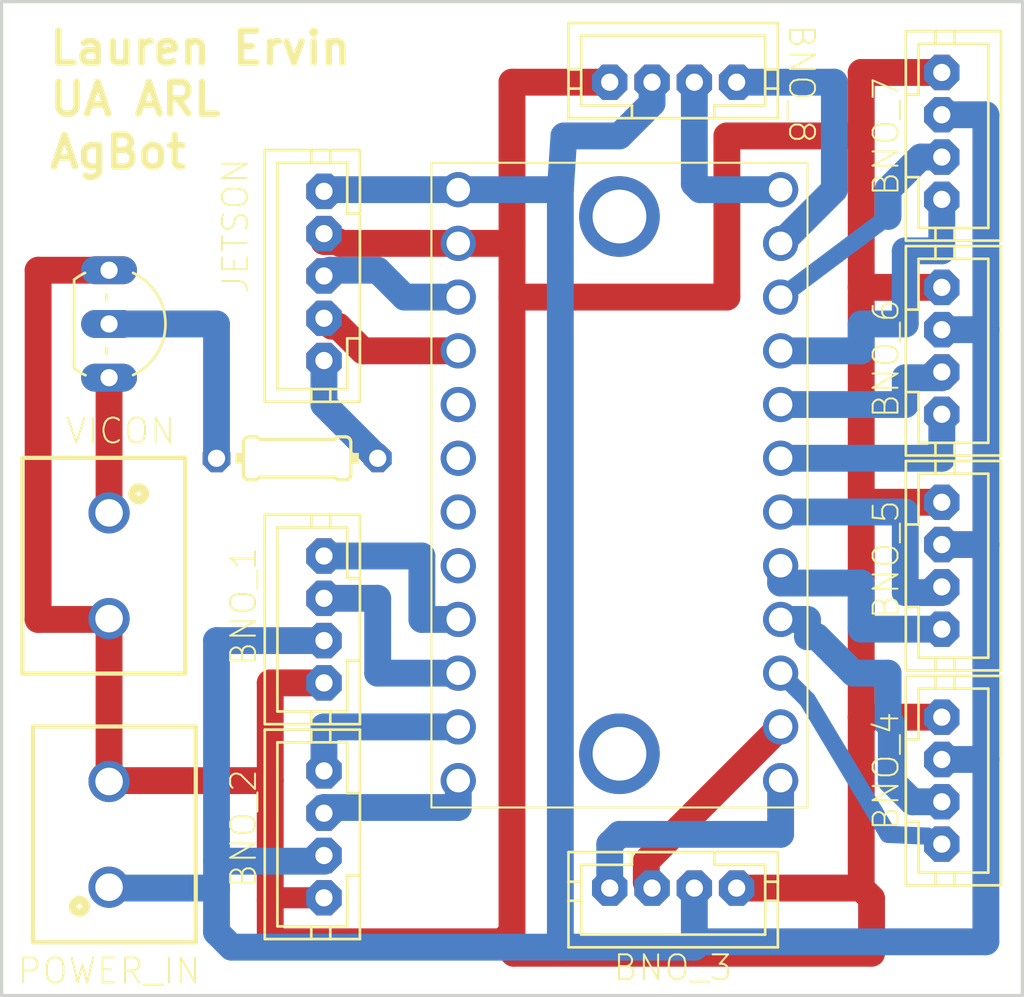
<source format=kicad_pcb>
(kicad_pcb (version 20240108) (generator "pcbnew") (generator_version "8.0")
  (layers (0 "F.Cu" signal) (1 "In1.Cu" signal) (2 "In2.Cu" signal) (3 "In3.Cu" signal) (4 "In4.Cu" signal) (5 "In5.Cu" signal) (6 "In6.Cu" signal) (7 "In7.Cu" signal) (8 "In8.Cu" signal) (9 "In9.Cu" signal) (10 "In10.Cu" signal) (11 "In11.Cu" signal) (12 "In12.Cu" signal) (13 "In13.Cu" signal) (14 "In14.Cu" signal) (31 "B.Cu" signal) (34 "B.Paste" user) (35 "F.Paste" user) (36 "B.SilkS" user "B.Silkscreen") (37 "F.SilkS" user "F.Silkscreen") (38 "B.Mask" user) (39 "F.Mask" user) (44 "Edge.Cuts" user))
  (net 0 "")
  (net 1 "SDA")
  (net 2 "SCL")
  (net 3 "SDA0")
  (net 4 "SCL0")
  (net 5 "SDA1")
  (net 6 "SCL1")
  (net 7 "SDA2")
  (net 8 "SCL2")
  (net 9 "SDA3")
  (net 10 "SCL3")
  (net 11 "SDA4")
  (net 12 "SCL4")
  (net 13 "SDA5")
  (net 14 "SCL5")
  (net 15 "SDA6")
  (net 16 "SCL6")
  (net 17 "SDA7")
  (net 18 "SCL7")
  (net 19 "5V")
  (net 20 "GND")
  (net 21 "SWITCH_VIN")
  (net 22 "N$1")
  (net 23 "SWITCH_VCC")
  (footprint "AgBot_V2:JST-PH5" (layer "F.Cu") (at 139.6111 95.4786 90)
    (property "Reference" "JETSON" (at 0.08 -3.5001 90) (layer "F.SilkS") (effects (font (size 1.176528 1.176528) (thickness 0.093472)) (justify left bottom)))
    (property "Value" "JST-PH5" (hide yes))
    (pad "1" thru_hole roundrect (at 5 0 90) (size 1.6764 1.6764) (drill 0.8128) (layers "*.Cu" "*.Mask") (chamfer_ratio 0.2928932188) (chamfer top_left top_right bottom_left bottom_right) (net 19 "5V"))
    (pad "2" thru_hole roundrect (at 3 0 90) (size 1.6764 1.6764) (drill 0.8128) (layers "*.Cu" "*.Mask") (chamfer_ratio 0.2928932188) (chamfer top_left top_right bottom_left bottom_right) (net 20 "GND"))
    (pad "3" thru_hole roundrect (at 1 0 90) (size 1.6764 1.6764) (drill 0.8128) (layers "*.Cu" "*.Mask") (chamfer_ratio 0.2928932188) (chamfer top_left top_right bottom_left bottom_right) (net 1 "SDA"))
    (pad "4" thru_hole roundrect (at -1 0 90) (size 1.6764 1.6764) (drill 0.8128) (layers "*.Cu" "*.Mask") (chamfer_ratio 0.2928932188) (chamfer top_left top_right bottom_left bottom_right) (net 2 "SCL"))
    (pad "5" thru_hole roundrect (at -3 0 90) (size 1.6764 1.6764) (drill 0.8128) (layers "*.Cu" "*.Mask") (chamfer_ratio 0.2928932188) (chamfer top_left top_right bottom_left bottom_right) (net 21 "SWITCH_VIN"))
  )
  (footprint "AgBot_V2:JST-PH4" (layer "F.Cu") (at 168.8211 108.1786 -90)
    (property "Reference" "BNO_5" (at -3.1786 3.3211 90) (layer "F.SilkS") (effects (font (size 1.176528 1.176528) (thickness 0.093472)) (justify right top)))
    (property "Value" "" (hide yes))
    (pad "1" thru_hole roundrect (at 3 0 270) (size 1.6764 1.6764) (drill 0.8128) (layers "*.Cu" "*.Mask") (chamfer_ratio 0.2928932188) (chamfer top_left top_right bottom_left bottom_right) (net 11 "SDA4"))
    (pad "2" thru_hole roundrect (at 1 0 270) (size 1.6764 1.6764) (drill 0.8128) (layers "*.Cu" "*.Mask") (chamfer_ratio 0.2928932188) (chamfer top_left top_right bottom_left bottom_right) (net 12 "SCL4"))
    (pad "3" thru_hole roundrect (at -1 0 270) (size 1.6764 1.6764) (drill 0.8128) (layers "*.Cu" "*.Mask") (chamfer_ratio 0.2928932188) (chamfer top_left top_right bottom_left bottom_right) (net 19 "5V"))
    (pad "4" thru_hole roundrect (at -3 0 270) (size 1.6764 1.6764) (drill 0.8128) (layers "*.Cu" "*.Mask") (chamfer_ratio 0.2928932188) (chamfer top_left top_right bottom_left bottom_right) (net 20 "GND"))
  )
  (footprint "AgBot_V2:JST-PH4" (layer "F.Cu") (at 168.8211 98.0186 -90)
    (property "Reference" "BNO_6" (at -2.5186 3.3211 90) (layer "F.SilkS") (effects (font (size 1.176528 1.176528) (thickness 0.093472)) (justify right top)))
    (property "Value" "" (hide yes))
    (pad "1" thru_hole roundrect (at 3 0 270) (size 1.6764 1.6764) (drill 0.8128) (layers "*.Cu" "*.Mask") (chamfer_ratio 0.2928932188) (chamfer top_left top_right bottom_left bottom_right) (net 13 "SDA5"))
    (pad "2" thru_hole roundrect (at 1 0 270) (size 1.6764 1.6764) (drill 0.8128) (layers "*.Cu" "*.Mask") (chamfer_ratio 0.2928932188) (chamfer top_left top_right bottom_left bottom_right) (net 14 "SCL5"))
    (pad "3" thru_hole roundrect (at -1 0 270) (size 1.6764 1.6764) (drill 0.8128) (layers "*.Cu" "*.Mask") (chamfer_ratio 0.2928932188) (chamfer top_left top_right bottom_left bottom_right) (net 19 "5V"))
    (pad "4" thru_hole roundrect (at -3 0 270) (size 1.6764 1.6764) (drill 0.8128) (layers "*.Cu" "*.Mask") (chamfer_ratio 0.2928932188) (chamfer top_left top_right bottom_left bottom_right) (net 20 "GND"))
  )
  (footprint "AgBot_V2:JST-PH4" (layer "F.Cu") (at 139.6111 120.8786 90)
    (property "Reference" "BNO_2" (at -2.6214 -3.1111 90) (layer "F.SilkS") (effects (font (size 1.176528 1.176528) (thickness 0.093472)) (justify left bottom)))
    (property "Value" "" (hide yes))
    (pad "1" thru_hole roundrect (at 3 0 90) (size 1.6764 1.6764) (drill 0.8128) (layers "*.Cu" "*.Mask") (chamfer_ratio 0.2928932188) (chamfer top_left top_right bottom_left bottom_right) (net 5 "SDA1"))
    (pad "2" thru_hole roundrect (at 1 0 90) (size 1.6764 1.6764) (drill 0.8128) (layers "*.Cu" "*.Mask") (chamfer_ratio 0.2928932188) (chamfer top_left top_right bottom_left bottom_right) (net 6 "SCL1"))
    (pad "3" thru_hole roundrect (at -1 0 90) (size 1.6764 1.6764) (drill 0.8128) (layers "*.Cu" "*.Mask") (chamfer_ratio 0.2928932188) (chamfer top_left top_right bottom_left bottom_right) (net 19 "5V"))
    (pad "4" thru_hole roundrect (at -3 0 90) (size 1.6764 1.6764) (drill 0.8128) (layers "*.Cu" "*.Mask") (chamfer_ratio 0.2928932188) (chamfer top_left top_right bottom_left bottom_right) (net 20 "GND"))
  )
  (footprint "AgBot_V2:JST-PH4" (layer "F.Cu") (at 168.8211 118.3386 -90)
    (property "Reference" "BNO_4" (at -3.3386 3.3211 90) (layer "F.SilkS") (effects (font (size 1.176528 1.176528) (thickness 0.093472)) (justify right top)))
    (property "Value" "" (hide yes))
    (pad "1" thru_hole roundrect (at 3 0 270) (size 1.6764 1.6764) (drill 0.8128) (layers "*.Cu" "*.Mask") (chamfer_ratio 0.2928932188) (chamfer top_left top_right bottom_left bottom_right) (net 9 "SDA3"))
    (pad "2" thru_hole roundrect (at 1 0 270) (size 1.6764 1.6764) (drill 0.8128) (layers "*.Cu" "*.Mask") (chamfer_ratio 0.2928932188) (chamfer top_left top_right bottom_left bottom_right) (net 10 "SCL3"))
    (pad "3" thru_hole roundrect (at -1 0 270) (size 1.6764 1.6764) (drill 0.8128) (layers "*.Cu" "*.Mask") (chamfer_ratio 0.2928932188) (chamfer top_left top_right bottom_left bottom_right) (net 19 "5V"))
    (pad "4" thru_hole roundrect (at -3 0 270) (size 1.6764 1.6764) (drill 0.8128) (layers "*.Cu" "*.Mask") (chamfer_ratio 0.2928932188) (chamfer top_left top_right bottom_left bottom_right) (net 20 "GND"))
  )
  (footprint "AgBot_V2:TO92-EBC-OVAL_420" (layer "F.Cu") (at 130.7211 96.7486 -90)
    (property "Reference" "T1" (hide yes))
    (property "Value" "2N2222")
    (pad "B" thru_hole oval (at 0 1.27) (size 2.6416 1.3208) (drill 0.8128) (layers "*.Cu" "*.Mask") (net 22 "N$1"))
    (pad "C" thru_hole oval (at 2.54 1.27) (size 2.6416 1.3208) (drill 0.8128) (layers "*.Cu" "*.Mask") (net 23 "SWITCH_VCC"))
    (pad "E" thru_hole oval (at -2.54 1.27) (size 2.6416 1.3208) (drill 0.8128) (layers "*.Cu" "*.Mask") (net 20 "GND"))
  )
  (footprint "AgBot_V2:691137710002_16177944" (layer "F.Cu") (at 129.4511 108.1786 -90)
    (property "Reference" "VICON" (at -5.6786 -0.5489 0) (layer "F.SilkS") (effects (font (size 1.176528 1.176528) (thickness 0.093472)) (justify bottom)))
    (property "Value" " 691137710002 " (hide yes))
    (pad "1" thru_hole circle (at -2.5 0 270) (size 1.95 1.95) (drill 1.3) (layers "*.Cu" "*.Mask") (net 23 "SWITCH_VCC"))
    (pad "2" thru_hole circle (at 2.5 0 270) (size 1.95 1.95) (drill 1.3) (layers "*.Cu" "*.Mask") (net 20 "GND"))
  )
  (footprint "AgBot_V2:0204_7_348" (layer "F.Cu") (at 138.3411 103.0986 180)
    (property "Reference" "R1" (hide yes))
    (property "Value" "220" (hide yes))
    (pad "1" thru_hole roundrect (at -3.81 0 180) (size 1.3208 1.3208) (drill 0.8128) (layers "*.Cu" "*.Mask") (chamfer_ratio 0.2928932188) (chamfer top_left top_right bottom_left bottom_right) (net 21 "SWITCH_VIN"))
    (pad "2" thru_hole roundrect (at 3.81 0 180) (size 1.3208 1.3208) (drill 0.8128) (layers "*.Cu" "*.Mask") (chamfer_ratio 0.2928932188) (chamfer top_left top_right bottom_left bottom_right) (net 22 "N$1"))
  )
  (footprint "AgBot_V2:JST-PH4" (layer "F.Cu") (at 156.1211 123.4186 180)
    (property "Reference" "BNO_3" (at -2.8789 -3.0814 0) (layer "F.SilkS") (effects (font (size 1.176528 1.176528) (thickness 0.093472)) (justify right top)))
    (property "Value" "" (hide yes))
    (pad "1" thru_hole roundrect (at 3 0 180) (size 1.6764 1.6764) (drill 0.8128) (layers "*.Cu" "*.Mask") (chamfer_ratio 0.2928932188) (chamfer top_left top_right bottom_left bottom_right) (net 7 "SDA2"))
    (pad "2" thru_hole roundrect (at 1 0 180) (size 1.6764 1.6764) (drill 0.8128) (layers "*.Cu" "*.Mask") (chamfer_ratio 0.2928932188) (chamfer top_left top_right bottom_left bottom_right) (net 8 "SCL2"))
    (pad "3" thru_hole roundrect (at -1 0 180) (size 1.6764 1.6764) (drill 0.8128) (layers "*.Cu" "*.Mask") (chamfer_ratio 0.2928932188) (chamfer top_left top_right bottom_left bottom_right) (net 19 "5V"))
    (pad "4" thru_hole roundrect (at -3 0 180) (size 1.6764 1.6764) (drill 0.8128) (layers "*.Cu" "*.Mask") (chamfer_ratio 0.2928932188) (chamfer top_left top_right bottom_left bottom_right) (net 20 "GND"))
  )
  (footprint "AgBot_V2:JST-PH4" (layer "F.Cu") (at 168.8211 87.8586 -90)
    (property "Reference" "BNO_7" (at -2.8586 3.3211 90) (layer "F.SilkS") (effects (font (size 1.176528 1.176528) (thickness 0.093472)) (justify right top)))
    (property "Value" "" (hide yes))
    (pad "1" thru_hole roundrect (at 3 0 270) (size 1.6764 1.6764) (drill 0.8128) (layers "*.Cu" "*.Mask") (chamfer_ratio 0.2928932188) (chamfer top_left top_right bottom_left bottom_right) (net 15 "SDA6"))
    (pad "2" thru_hole roundrect (at 1 0 270) (size 1.6764 1.6764) (drill 0.8128) (layers "*.Cu" "*.Mask") (chamfer_ratio 0.2928932188) (chamfer top_left top_right bottom_left bottom_right) (net 16 "SCL6"))
    (pad "3" thru_hole roundrect (at -1 0 270) (size 1.6764 1.6764) (drill 0.8128) (layers "*.Cu" "*.Mask") (chamfer_ratio 0.2928932188) (chamfer top_left top_right bottom_left bottom_right) (net 19 "5V"))
    (pad "4" thru_hole roundrect (at -3 0 270) (size 1.6764 1.6764) (drill 0.8128) (layers "*.Cu" "*.Mask") (chamfer_ratio 0.2928932188) (chamfer top_left top_right bottom_left bottom_right) (net 20 "GND"))
  )
  (footprint "AgBot_V2:2717" (layer "F.Cu") (at 153.5811 104.3686)
    (property "Reference" "TCA9548A_MUX0" (hide yes))
    (property "Value" "2717" (hide yes))
    (pad "1" thru_hole circle (at -7.62 -13.97) (size 1.665 1.665) (drill 1.11) (layers "*.Cu" "*.Mask") (net 19 "5V"))
    (pad "2" thru_hole circle (at -7.62 -11.43) (size 1.665 1.665) (drill 1.11) (layers "*.Cu" "*.Mask") (net 20 "GND"))
    (pad "3" thru_hole circle (at -7.62 -8.89) (size 1.665 1.665) (drill 1.11) (layers "*.Cu" "*.Mask") (net 1 "SDA"))
    (pad "4" thru_hole circle (at -7.62 -6.35) (size 1.665 1.665) (drill 1.11) (layers "*.Cu" "*.Mask") (net 2 "SCL"))
    (pad "5" thru_hole circle (at -7.62 -3.81) (size 1.665 1.665) (drill 1.11) (layers "*.Cu" "*.Mask"))
    (pad "6" thru_hole circle (at -7.62 -1.27) (size 1.665 1.665) (drill 1.11) (layers "*.Cu" "*.Mask"))
    (pad "7" thru_hole circle (at -7.62 1.27) (size 1.665 1.665) (drill 1.11) (layers "*.Cu" "*.Mask"))
    (pad "8" thru_hole circle (at -7.62 3.81) (size 1.665 1.665) (drill 1.11) (layers "*.Cu" "*.Mask"))
    (pad "9" thru_hole circle (at -7.62 6.35) (size 1.665 1.665) (drill 1.11) (layers "*.Cu" "*.Mask") (net 3 "SDA0"))
    (pad "10" thru_hole circle (at -7.62 8.89) (size 1.665 1.665) (drill 1.11) (layers "*.Cu" "*.Mask") (net 4 "SCL0"))
    (pad "11" thru_hole circle (at -7.62 11.43) (size 1.665 1.665) (drill 1.11) (layers "*.Cu" "*.Mask") (net 5 "SDA1"))
    (pad "12" thru_hole circle (at -7.62 13.97) (size 1.665 1.665) (drill 1.11) (layers "*.Cu" "*.Mask") (net 6 "SCL1"))
    (pad "13" thru_hole circle (at 7.62 13.97) (size 1.665 1.665) (drill 1.11) (layers "*.Cu" "*.Mask") (net 7 "SDA2"))
    (pad "14" thru_hole circle (at 7.62 11.43) (size 1.665 1.665) (drill 1.11) (layers "*.Cu" "*.Mask") (net 8 "SCL2"))
    (pad "15" thru_hole circle (at 7.62 8.89) (size 1.665 1.665) (drill 1.11) (layers "*.Cu" "*.Mask") (net 9 "SDA3"))
    (pad "16" thru_hole circle (at 7.62 6.35) (size 1.665 1.665) (drill 1.11) (layers "*.Cu" "*.Mask") (net 10 "SCL3"))
    (pad "17" thru_hole circle (at 7.62 3.81) (size 1.665 1.665) (drill 1.11) (layers "*.Cu" "*.Mask") (net 11 "SDA4"))
    (pad "18" thru_hole circle (at 7.62 1.27) (size 1.665 1.665) (drill 1.11) (layers "*.Cu" "*.Mask") (net 12 "SCL4"))
    (pad "19" thru_hole circle (at 7.62 -1.27) (size 1.665 1.665) (drill 1.11) (layers "*.Cu" "*.Mask") (net 13 "SDA5"))
    (pad "20" thru_hole circle (at 7.62 -3.81) (size 1.665 1.665) (drill 1.11) (layers "*.Cu" "*.Mask") (net 14 "SCL5"))
    (pad "21" thru_hole circle (at 7.62 -6.35) (size 1.665 1.665) (drill 1.11) (layers "*.Cu" "*.Mask") (net 15 "SDA6"))
    (pad "22" thru_hole circle (at 7.62 -8.89) (size 1.665 1.665) (drill 1.11) (layers "*.Cu" "*.Mask") (net 16 "SCL6"))
    (pad "23" thru_hole circle (at 7.62 -11.43) (size 1.665 1.665) (drill 1.11) (layers "*.Cu" "*.Mask") (net 17 "SDA7"))
    (pad "24" thru_hole circle (at 7.62 -13.97) (size 1.665 1.665) (drill 1.11) (layers "*.Cu" "*.Mask") (net 18 "SCL7"))
    (pad "25" thru_hole circle (at 0 -12.7) (size 3.81 3.81) (drill 2.54) (layers "*.Cu" "*.Mask"))
    (pad "26" thru_hole circle (at 0 12.7) (size 3.81 3.81) (drill 2.54) (layers "*.Cu" "*.Mask"))
  )
  (footprint "AgBot_V2:691137710002_16177944" (layer "F.Cu") (at 129.4511 120.8786 90)
    (property "Reference" "POWER_IN" (at -5.77 0 0) (layer "F.SilkS") (effects (font (size 1.176528 1.176528) (thickness 0.093472)) (justify top)))
    (property "Value" " 691137710002 " (hide yes))
    (pad "1" thru_hole circle (at -2.5 0 90) (size 1.95 1.95) (drill 1.3) (layers "*.Cu" "*.Mask") (net 19 "5V"))
    (pad "2" thru_hole circle (at 2.5 0 90) (size 1.95 1.95) (drill 1.3) (layers "*.Cu" "*.Mask") (net 20 "GND"))
  )
  (footprint "AgBot_V2:JST-PH4" (layer "F.Cu") (at 139.6111 110.7186 90)
    (property "Reference" "BNO_1" (at -2.2814 -3.1111 90) (layer "F.SilkS") (effects (font (size 1.176528 1.176528) (thickness 0.093472)) (justify left bottom)))
    (property "Value" "" (hide yes))
    (pad "1" thru_hole roundrect (at 3 0 90) (size 1.6764 1.6764) (drill 0.8128) (layers "*.Cu" "*.Mask") (chamfer_ratio 0.2928932188) (chamfer top_left top_right bottom_left bottom_right) (net 3 "SDA0"))
    (pad "2" thru_hole roundrect (at 1 0 90) (size 1.6764 1.6764) (drill 0.8128) (layers "*.Cu" "*.Mask") (chamfer_ratio 0.2928932188) (chamfer top_left top_right bottom_left bottom_right) (net 4 "SCL0"))
    (pad "3" thru_hole roundrect (at -1 0 90) (size 1.6764 1.6764) (drill 0.8128) (layers "*.Cu" "*.Mask") (chamfer_ratio 0.2928932188) (chamfer top_left top_right bottom_left bottom_right) (net 19 "5V"))
    (pad "4" thru_hole roundrect (at -3 0 90) (size 1.6764 1.6764) (drill 0.8128) (layers "*.Cu" "*.Mask") (chamfer_ratio 0.2928932188) (chamfer top_left top_right bottom_left bottom_right) (net 20 "GND"))
  )
  (footprint "AgBot_V2:JST-PH4" (layer "F.Cu") (at 156.1211 85.3186)
    (property "Reference" "BNO_8" (at 5.3789 -2.8186 -90) (layer "F.SilkS") (effects (font (size 1.176528 1.176528) (thickness 0.093472)) (justify left bottom)))
    (property "Value" "" (hide yes))
    (pad "1" thru_hole roundrect (at 3 0) (size 1.6764 1.6764) (drill 0.8128) (layers "*.Cu" "*.Mask") (chamfer_ratio 0.2928932188) (chamfer top_left top_right bottom_left bottom_right) (net 17 "SDA7"))
    (pad "2" thru_hole roundrect (at 1 0) (size 1.6764 1.6764) (drill 0.8128) (layers "*.Cu" "*.Mask") (chamfer_ratio 0.2928932188) (chamfer top_left top_right bottom_left bottom_right) (net 18 "SCL7"))
    (pad "3" thru_hole roundrect (at -1 0) (size 1.6764 1.6764) (drill 0.8128) (layers "*.Cu" "*.Mask") (chamfer_ratio 0.2928932188) (chamfer top_left top_right bottom_left bottom_right) (net 19 "5V"))
    (pad "4" thru_hole roundrect (at -3 0) (size 1.6764 1.6764) (drill 0.8128) (layers "*.Cu" "*.Mask") (chamfer_ratio 0.2928932188) (chamfer top_left top_right bottom_left bottom_right) (net 20 "GND"))
  )
  (gr_line (start 124.3711 128.4986) (end 172.6311 128.4986) (stroke (width 0.1524)) (layer "Edge.Cuts"))
  (gr_line (start 172.6311 128.4986) (end 172.6311 81.5086) (stroke (width 0.1524)) (layer "Edge.Cuts"))
  (gr_line (start 172.6311 81.5086) (end 124.3711 81.5086) (stroke (width 0.1524)) (layer "Edge.Cuts"))
  (gr_line (start 124.3711 128.4986) (end 124.3711 81.5086) (stroke (width 0.1524)) (layer "Edge.Cuts"))
  (gr_text "Lauren Ervin\nUA ARL" (at 126.5 87 0) (layer "F.SilkS") (effects (font (size 1.5 1.5) (thickness 0.3) (bold yes)) (justify left bottom)))
  (gr_text "AgBot" (at 126.5 89.5 0) (layer "F.SilkS") (effects (font (size 1.5 1.5) (thickness 0.3) (bold yes)) (justify left bottom)))
  (segment (start 139.8811 94.2086) (end 139.6111 94.4786) (width 1.27) (layer "B.Cu") (net 1))
  (segment (start 142.1511 94.2086) (end 139.8811 94.2086) (width 1.27) (layer "B.Cu") (net 1))
  (segment (start 143.4211 95.4786) (end 142.1511 94.2086) (width 1.27) (layer "B.Cu") (net 1))
  (segment (start 145.9611 95.4786) (end 143.4211 95.4786) (width 1.27) (layer "B.Cu") (net 1))
  (segment (start 141.45005 98.0186) (end 140.28445 96.853) (width 1.27) (layer "F.Cu") (net 2))
  (segment (start 139.9855 96.853) (end 139.6111 96.4786) (width 1.27) (layer "F.Cu") (net 2))
  (segment (start 145.9611 98.0186) (end 141.45005 98.0186) (width 1.27) (layer "F.Cu") (net 2))
  (segment (start 140.28445 96.853) (end 139.9855 96.853) (width 1.27) (layer "F.Cu") (net 2))
  (segment (start 145.8595 98.0186) (end 145.8595 97.9678) (width 1.27) (layer "F.Cu") (net 2))
  (segment (start 139.6111 107.7186) (end 144.2396 107.7186) (width 1.27) (layer "B.Cu") (net 3))
  (segment (start 144.2396 110.7186) (end 145.9611 110.7186) (width 1.27) (layer "B.Cu") (net 3))
  (segment (start 144.2396 107.7186) (end 144.2396 110.7186) (width 1.27) (layer "B.Cu") (net 3))
  (segment (start 139.6111 109.7186) (end 142.1511 109.7186) (width 1.27) (layer "B.Cu") (net 4))
  (segment (start 142.1511 113.2586) (end 145.9611 113.2586) (width 1.27) (layer "B.Cu") (net 4))
  (segment (start 142.1511 109.7186) (end 142.1511 113.2586) (width 1.27) (layer "B.Cu") (net 4))
  (segment (start 139.6111 115.7986) (end 145.9611 115.7986) (width 1.27) (layer "B.Cu") (net 5))
  (segment (start 139.6111 117.8786) (end 139.6111 115.7986) (width 1.27) (layer "B.Cu") (net 5))
  (segment (start 139.6111 119.6086) (end 145.9611 119.6086) (width 1.27) (layer "B.Cu") (net 6))
  (segment (start 139.6111 119.8786) (end 139.6111 119.6086) (width 1.27) (layer "B.Cu") (net 6))
  (segment (start 145.9611 119.6086) (end 145.9611 118.3386) (width 1.27) (layer "B.Cu") (net 6))
  (segment (start 161.2011 120.8786) (end 161.2011 118.3386) (width 1.27) (layer "B.Cu") (net 7))
  (segment (start 153.1211 121.3386) (end 153.5811 120.8786) (width 1.27) (layer "B.Cu") (net 7))
  (segment (start 153.5811 120.8786) (end 161.2011 120.8786) (width 1.27) (layer "B.Cu") (net 7))
  (segment (start 153.1211 123.4186) (end 153.1211 121.3386) (width 1.27) (layer "B.Cu") (net 7))
  (segment (start 161.2011 115.7986) (end 154.8511 122.1486) (width 1.27) (layer "F.Cu") (net 8))
  (segment (start 154.8511 122.1486) (end 154.8511 123.1486) (width 1.27) (layer "F.Cu") (net 8))
  (segment (start 154.8511 123.1486) (end 155.1211 123.4186) (width 1.27) (layer "F.Cu") (net 8))
  (segment (start 168.14775 120.9642) (end 166.2811 120.8786) (width 0.8128) (layer "B.Cu") (net 9))
  (segment (start 168.8211 121.3386) (end 168.14775 120.9642) (width 0.8128) (layer "B.Cu") (net 9))
  (segment (start 166.2811 120.8786) (end 162.4711 114.5286) (width 0.8128) (layer "B.Cu") (net 9))
  (segment (start 162.4711 114.5286) (end 161.2011 113.2586) (width 0.8128) (layer "B.Cu") (net 9))
  (segment (start 164.6441 113.2586) (end 162.9226 111.5371) (width 1.27) (layer "B.Cu") (net 10))
  (segment (start 166.2811 113.2586) (end 164.6441 113.2586) (width 1.27) (layer "B.Cu") (net 10))
  (segment (start 166.4335 115.6462) (end 166.2811 115.6462) (width 1.27) (layer "B.Cu") (net 10))
  (segment (start 167.4335 119.3386) (end 166.4335 118.3386) (width 1.27) (layer "B.Cu") (net 10))
  (segment (start 166.4335 118.3386) (end 166.4335 115.6462) (width 1.27) (layer "B.Cu") (net 10))
  (segment (start 168.8211 119.3386) (end 167.4335 119.3386) (width 1.27) (layer "B.Cu") (net 10))
  (segment (start 166.2811 115.6462) (end 166.2811 113.2586) (width 1.27) (layer "B.Cu") (net 10))
  (segment (start 162.9226 111.5371) (end 162.4711 111.5371) (width 1.27) (layer "B.Cu") (net 10))
  (segment (start 162.4711 111.5371) (end 162.4711 110.7186) (width 1.27) (layer "B.Cu") (net 10))
  (segment (start 162.4711 110.7186) (end 161.2011 110.7186) (width 1.27) (layer "B.Cu") (net 10))
  (segment (start 161.2011 108.9971) (end 161.2011 108.1786) (width 1.27) (layer "B.Cu") (net 11))
  (segment (start 168.8211 111.1786) (end 165.0111 111.1786) (width 1.27) (layer "B.Cu") (net 11))
  (segment (start 165.0111 108.9971) (end 161.2011 108.9971) (width 1.27) (layer "B.Cu") (net 11))
  (segment (start 165.0111 111.1786) (end 165.0111 108.9971) (width 1.27) (layer "B.Cu") (net 11))
  (segment (start 167.0939 109.4486) (end 167.0939 105.6386) (width 1.27) (layer "B.Cu") (net 12))
  (segment (start 168.8211 109.1786) (end 168.8211 109.4486) (width 1.27) (layer "B.Cu") (net 12))
  (segment (start 168.8211 109.4486) (end 167.0939 109.4486) (width 1.27) (layer "B.Cu") (net 12))
  (segment (start 167.0939 105.6386) (end 161.2011 105.6386) (width 1.27) (layer "B.Cu") (net 12))
  (segment (start 168.8211 103.0986) (end 161.2011 103.0986) (width 1.27) (layer "B.Cu") (net 13))
  (segment (start 168.8211 101.0186) (end 168.8211 103.0986) (width 1.27) (layer "B.Cu") (net 13))
  (segment (start 168.8211 99.0186) (end 168.8211 99.2914) (width 1.27) (layer "B.Cu") (net 14))
  (segment (start 168.8211 99.2914) (end 167.0939 99.2914) (width 1.27) (layer "B.Cu") (net 14))
  (segment (start 167.0939 99.2914) (end 167.0939 100.5586) (width 1.27) (layer "B.Cu") (net 14))
  (segment (start 167.0939 100.5586) (end 161.2011 100.5586) (width 1.27) (layer "B.Cu") (net 14))
  (segment (start 167.0939 96.7486) (end 165.0111 96.7486) (width 1.27) (layer "B.Cu") (net 15))
  (segment (start 168.8211 90.8586) (end 168.8211 93.2914) (width 1.27) (layer "B.Cu") (net 15))
  (segment (start 167.0939 93.2914) (end 167.0939 96.7486) (width 1.27) (layer "B.Cu") (net 15))
  (segment (start 165.0111 96.7486) (end 165.0111 98.0186) (width 1.27) (layer "B.Cu") (net 15))
  (segment (start 165.0111 98.0186) (end 161.2011 98.0186) (width 1.27) (layer "B.Cu") (net 15))
  (segment (start 168.8211 93.2914) (end 167.0939 93.2914) (width 1.27) (layer "B.Cu") (net 15))
  (segment (start 166.2811 91.6686) (end 166.2811 90.3986) (width 1.27) (layer "B.Cu") (net 16))
  (segment (start 167.8211 88.8586) (end 168.8211 88.8586) (width 1.27) (layer "B.Cu") (net 16))
  (segment (start 161.2011 95.4786) (end 166.2811 91.6686) (width 0.8128) (layer "B.Cu") (net 16))
  (segment (start 166.2811 90.3986) (end 167.8211 88.8586) (width 1.27) (layer "B.Cu") (net 16))
  (segment (start 163.7411 85.3186) (end 159.1211 85.3186) (width 1.27) (layer "B.Cu") (net 17))
  (segment (start 161.2011 92.9386) (end 163.7411 90.3986) (width 1.27) (layer "B.Cu") (net 17))
  (segment (start 163.7411 90.3986) (end 163.7411 85.3186) (width 1.27) (layer "B.Cu") (net 17))
  (segment (start 157.1211 90.1286) (end 157.1211 85.3186) (width 1.27) (layer "B.Cu") (net 18))
  (segment (start 157.3911 90.3986) (end 157.1211 90.1286) (width 1.27) (layer "B.Cu") (net 18))
  (segment (start 161.2011 90.3986) (end 157.3911 90.3986) (width 1.27) (layer "B.Cu") (net 18))
  (segment (start 134.5311 122.1486) (end 134.5311 123.4186) (width 1.27) (layer "B.Cu") (net 19))
  (segment (start 150.956434 87.8586) (end 153.5811 87.8586) (width 1.27) (layer "B.Cu") (net 19))
  (segment (start 153.5811 87.8586) (end 155.1211 86.3186) (width 1.27) (layer "B.Cu") (net 19))
  (segment (start 150.7871 126.2126) (end 135.2423 126.2126) (width 1.27) (layer "B.Cu") (net 19))
  (segment (start 168.8211 117.3386) (end 170.9039 117.3386) (width 1.27) (layer "B.Cu") (net 19))
  (segment (start 150.7871 90.3986) (end 150.956434 87.8586) (width 1.27) (layer "B.Cu") (net 19))
  (segment (start 134.5311 111.7186) (end 134.5311 122.1486) (width 1.27) (layer "B.Cu") (net 19))
  (segment (start 139.6111 122.1486) (end 134.5311 122.1486) (width 1.27) (layer "B.Cu") (net 19))
  (segment (start 168.8211 97.0186) (end 170.9039 97.0186) (width 1.27) (layer "B.Cu") (net 19))
  (segment (start 157.1211 125.6886) (end 157.3911 125.9586) (width 1.27) (layer "B.Cu") (net 19))
  (segment (start 170.9039 97.0186) (end 170.9039 86.8586) (width 1.27) (layer "B.Cu") (net 19))
  (segment (start 157.1211 123.4186) (end 157.1211 125.6886) (width 1.27) (layer "B.Cu") (net 19))
  (segment (start 170.9039 86.8586) (end 168.8211 86.8586) (width 1.27) (layer "B.Cu") (net 19))
  (segment (start 129.4511 123.3786) (end 129.4911 123.4186) (width 1.27) (layer "B.Cu") (net 19))
  (segment (start 129.4911 123.4186) (end 134.5311 123.4186) (width 1.27) (layer "B.Cu") (net 19))
  (segment (start 155.1211 86.3186) (end 155.1211 85.3186) (width 1.27) (layer "B.Cu") (net 19))
  (segment (start 135.2423 126.2126) (end 134.5311 125.5014) (width 1.27) (layer "B.Cu") (net 19))
  (segment (start 170.9039 125.9586) (end 170.9039 117.3386) (width 1.27) (layer "B.Cu") (net 19))
  (segment (start 168.8211 107.1786) (end 170.9039 107.1786) (width 1.27) (layer "B.Cu") (net 19))
  (segment (start 139.6111 111.7186) (end 134.5311 111.7186) (width 1.27) (layer "B.Cu") (net 19))
  (segment (start 145.9611 90.3986) (end 139.6911 90.3986) (width 1.27) (layer "B.Cu") (net 19))
  (segment (start 157.3911 125.9586) (end 170.9039 125.9586) (width 1.27) (layer "B.Cu") (net 19))
  (segment (start 139.6111 121.8786) (end 139.6111 122.1486) (width 1.27) (layer "B.Cu") (net 19))
  (segment (start 139.6911 90.3986) (end 139.6111 90.4786) (width 1.27) (layer "B.Cu") (net 19))
  (segment (start 170.9039 117.3386) (end 170.9039 107.1786) (width 1.27) (layer "B.Cu") (net 19))
  (segment (start 150.7871 126.2126) (end 150.7871 90.3986) (width 1.27) (layer "B.Cu") (net 19))
  (segment (start 170.9039 107.1786) (end 170.9039 97.0186) (width 1.27) (layer "B.Cu") (net 19))
  (segment (start 150.7871 126.2126) (end 157.1371 126.2126) (width 1.27) (layer "B.Cu") (net 19))
  (segment (start 134.5311 123.4186) (end 134.5311 125.5014) (width 1.27) (layer "B.Cu") (net 19))
  (segment (start 145.9611 90.3986) (end 150.7871 90.3986) (width 1.27) (layer "B.Cu") (net 19))
  (segment (start 157.1371 126.2126) (end 157.3911 125.9586) (width 1.27) (layer "B.Cu") (net 19))
  (segment (start 165.0111 87.8586) (end 165.0111 84.8586) (width 1.27) (layer "F.Cu") (net 20))
  (segment (start 148.0439 125.9586) (end 148.5011 125.5014) (width 1.27) (layer "F.Cu") (net 20))
  (segment (start 140.37005 92.9386) (end 140.28445 92.853) (width 1.27) (layer "F.Cu") (net 20))
  (segment (start 165.0111 123.4186) (end 159.1211 123.4186) (width 1.27) (layer "F.Cu") (net 20))
  (segment (start 129.4111 110.7186) (end 126.0983 110.7186) (width 1.27) (layer "F.Cu") (net 20))
  (segment (start 168.8211 84.8586) (end 165.0111 84.8586) (width 1.27) (layer "F.Cu") (net 20))
  (segment (start 165.0111 115.3386) (end 165.0111 123.4186) (width 1.27) (layer "F.Cu") (net 20))
  (segment (start 148.5853 126.5) (end 165.5 126.5) (width 1.27) (layer "F.Cu") (net 20))
  (segment (start 165.0111 105.1786) (end 165.0111 95.0186) (width 1.27) (layer "F.Cu") (net 20))
  (segment (start 145.9611 92.9386) (end 148.5011 92.9386) (width 1.27) (layer "F.Cu") (net 20))
  (segment (start 165.5 126.5) (end 165.5 123.9075) (width 1.27) (layer "F.Cu") (net 20))
  (segment (start 137.0711 125.9586) (end 148.0439 125.9586) (width 1.27) (layer "F.Cu") (net 20))
  (segment (start 139.6111 113.7186) (end 137.0711 113.7186) (width 1.27) (layer "F.Cu") (net 20))
  (segment (start 139.6111 123.8786) (end 137.1925 123.8786) (width 1) (layer "F.Cu") (net 20))
  (segment (start 165.0111 95.0186) (end 165.0111 87.8586) (width 1.27) (layer "F.Cu") (net 20))
  (segment (start 137.0711 124) (end 137.0711 125.9586) (width 1.27) (layer "F.Cu") (net 20))
  (segment (start 168.8211 105.1786) (end 165.0111 105.1786) (width 1.27) (layer "F.Cu") (net 20))
  (segment (start 126.0983 94.2086) (end 129.4511 94.2086) (width 1.27) (layer "F.Cu") (net 20))
  (segment (start 137.0711 118.3386) (end 137.0711 124) (width 1.27) (layer "F.Cu") (net 20))
  (segment (start 126.0983 110.7186) (end 126.0983 94.2086) (width 1.27) (layer "F.Cu") (net 20))
  (segment (start 168.8211 95.0186) (end 165.0111 95.0186) (width 1.27) (layer "F.Cu") (net 20))
  (segment (start 140.28445 92.853) (end 139.6111 92.853) (width 1.27) (layer "F.Cu") (net 20))
  (segment (start 129.4511 110.6786) (end 129.4511 118.3386) (width 1.27) (layer "F.Cu") (net 20))
  (segment (start 165.5 123.9075) (end 165.0111 123.4186) (width 1.27) (layer "F.Cu") (net 20))
  (segment (start 148.5011 95.4786) (end 148.5011 92.9386) (width 1.27) (layer "F.Cu") (net 20))
  (segment (start 148.5011 95.4786) (end 158.6611 95.4786) (width 1.27) (layer "F.Cu") (net 20))
  (segment (start 158.6611 87.8586) (end 165.0111 87.8586) (width 1.27) (layer "F.Cu") (net 20))
  (segment (start 148.5011 92.9386) (end 148.5011 85.3186) (width 1.27) (layer "F.Cu") (net 20))
  (segment (start 137.0711 113.7186) (end 137.0711 118.3386) (width 1.27) (layer "F.Cu") (net 20))
  (segment (start 148.5011 125.5014) (end 148.5011 95.4786) (width 1.27) (layer "F.Cu") (net 20))
  (segment (start 129.4911 118.3386) (end 137.0711 118.3386) (width 1.27) (layer "F.Cu") (net 20))
  (segment (start 145.9611 92.9386) (end 140.37005 92.9386) (width 1.27) (layer "F.Cu") (net 20))
  (segment (start 148.5011 85.3186) (end 153.1211 85.3186) (width 1.27) (layer "F.Cu") (net 20))
  (segment (start 165.0111 105.1786) (end 165.0111 115.3386) (width 1.27) (layer "F.Cu") (net 20))
  (segment (start 148.0439 125.9586) (end 148.5853 126.5) (width 1.27) (layer "F.Cu") (net 20))
  (segment (start 137.1925 123.8786) (end 137.0711 124) (width 1) (layer "F.Cu") (net 20))
  (segment (start 129.4511 110.6786) (end 129.4111 110.7186) (width 1.27) (layer "F.Cu") (net 20))
  (segment (start 168.8211 115.3386) (end 165.0111 115.3386) (width 1.27) (layer "F.Cu") (net 20))
  (segment (start 158.6611 95.4786) (end 158.6611 87.8586) (width 1.27) (layer "F.Cu") (net 20))
  (segment (start 129.4511 118.3786) (end 129.4911 118.3386) (width 1.27) (layer "F.Cu") (net 20))
  (segment (start 142.1511 103.0986) (end 139.6111 100.5586) (width 1.27) (layer "B.Cu") (net 21))
  (segment (start 139.6111 100.5586) (end 139.6111 98.4786) (width 1.27) (layer "B.Cu") (net 21))
  (segment (start 134.5311 96.7486) (end 134.5311 103.0986) (width 1.27) (layer "B.Cu") (net 22))
  (segment (start 129.4511 96.7486) (end 134.5311 96.7486) (width 1.27) (layer "B.Cu") (net 22))
  (segment (start 129.4511 105.6786) (end 129.4511 99.2886) (width 1.27) (layer "F.Cu") (net 23))
)
</source>
